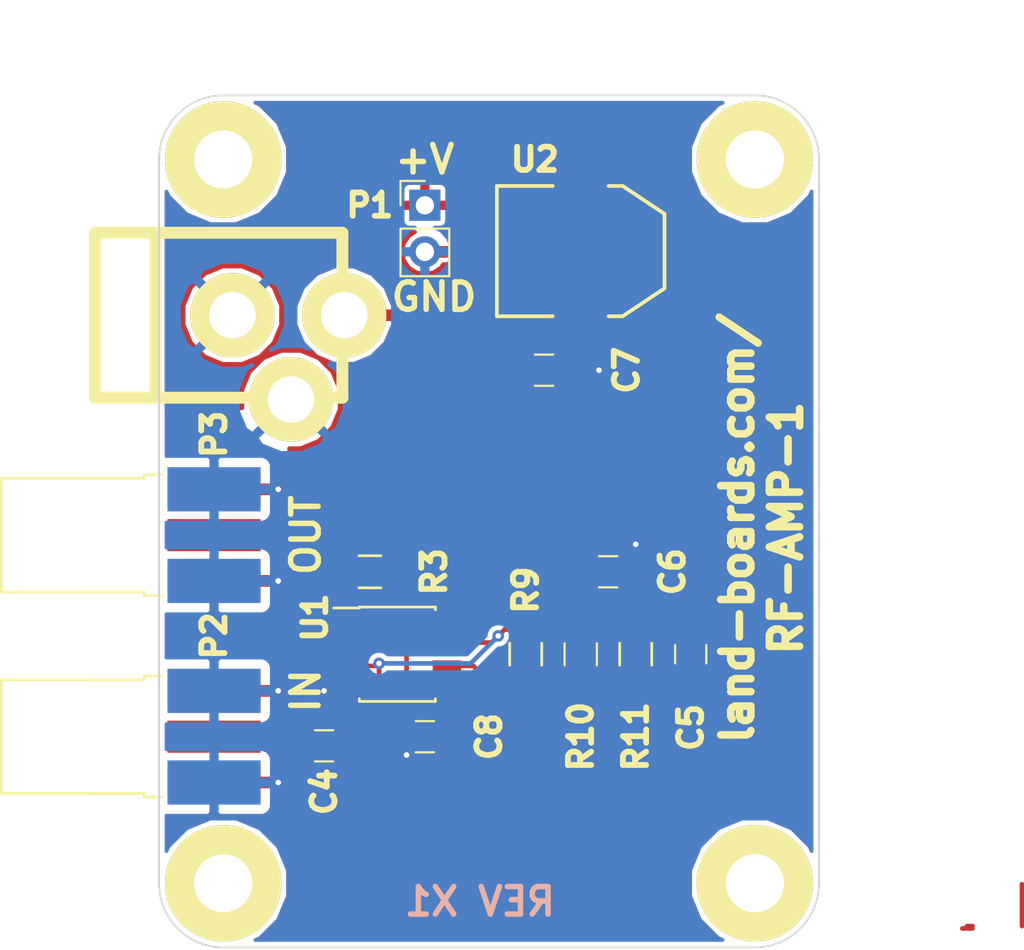
<source format=kicad_pcb>
(kicad_pcb (version 4) (host pcbnew "(after 2015-mar-04 BZR unknown)-product")

  (general
    (links 35)
    (no_connects 0)
    (area -8.979801 -4.85 47.451002 46.550001)
    (thickness 1.6)
    (drawings 16)
    (tracks 88)
    (zones 0)
    (modules 19)
    (nets 10)
  )

  (page A3)
  (layers
    (0 F.Cu signal)
    (31 B.Cu signal)
    (36 B.SilkS user)
    (37 F.SilkS user)
    (38 B.Mask user)
    (39 F.Mask user)
    (40 Dwgs.User user)
    (44 Edge.Cuts user)
  )

  (setup
    (last_trace_width 0.254)
    (user_trace_width 0.635)
    (trace_clearance 0.254)
    (zone_clearance 0.254)
    (zone_45_only no)
    (trace_min 0.254)
    (segment_width 0.2)
    (edge_width 0.1)
    (via_size 0.635)
    (via_drill 0.3048)
    (via_min_size 0.635)
    (via_min_drill 0.3048)
    (uvia_size 0.508)
    (uvia_drill 0.127)
    (uvias_allowed no)
    (uvia_min_size 0.508)
    (uvia_min_drill 0.127)
    (pcb_text_width 0.3)
    (pcb_text_size 1.5 1.5)
    (mod_edge_width 0.15)
    (mod_text_size 1.27 1.27)
    (mod_text_width 0.3175)
    (pad_size 1.5 1.5)
    (pad_drill 0.6)
    (pad_to_mask_clearance 0.127)
    (solder_mask_min_width 0.127)
    (aux_axis_origin 0 0)
    (visible_elements 7FFFFF7F)
    (pcbplotparams
      (layerselection 0x010f0_80000001)
      (usegerberextensions true)
      (excludeedgelayer true)
      (linewidth 0.150000)
      (plotframeref false)
      (viasonmask false)
      (mode 1)
      (useauxorigin false)
      (hpglpennumber 1)
      (hpglpenspeed 20)
      (hpglpendiameter 15)
      (hpglpenoverlay 2)
      (psnegative false)
      (psa4output false)
      (plotreference true)
      (plotvalue true)
      (plotinvisibletext false)
      (padsonsilk false)
      (subtractmaskfromsilk false)
      (outputformat 1)
      (mirror false)
      (drillshape 0)
      (scaleselection 1)
      (outputdirectory plots/))
  )

  (net 0 "")
  (net 1 GND)
  (net 2 VAA)
  (net 3 /I1+)
  (net 4 "Net-(C4-Pad1)")
  (net 5 "Net-(C5-Pad1)")
  (net 6 "Net-(C7-Pad2)")
  (net 7 "Net-(P3-Pad1)")
  (net 8 "Net-(R3-Pad1)")
  (net 9 "Net-(R9-Pad1)")

  (net_class Default "This is the default net class."
    (clearance 0.254)
    (trace_width 0.254)
    (via_dia 0.635)
    (via_drill 0.3048)
    (uvia_dia 0.508)
    (uvia_drill 0.127)
    (add_net /I1+)
    (add_net GND)
    (add_net "Net-(C4-Pad1)")
    (add_net "Net-(C5-Pad1)")
    (add_net "Net-(C7-Pad2)")
    (add_net "Net-(P3-Pad1)")
    (add_net "Net-(R3-Pad1)")
    (add_net "Net-(R9-Pad1)")
    (add_net VAA)
  )

  (net_class FATTER ""
    (clearance 0.3048)
    (trace_width 0.635)
    (via_dia 0.889)
    (via_drill 0.635)
    (uvia_dia 0.508)
    (uvia_drill 0.127)
  )

  (module Resistors_SMD:R_0805_HandSoldering (layer F.Cu) (tedit 5C3CBDF7) (tstamp 55731371)
    (at 26 30.5 270)
    (descr "Resistor SMD 0805, hand soldering")
    (tags "resistor 0805")
    (path /557469CE)
    (attr smd)
    (fp_text reference R11 (at 4.5 0 450) (layer F.SilkS)
      (effects (font (size 1.27 1.27) (thickness 0.3175)))
    )
    (fp_text value 1M (at 0 2.1 270) (layer F.SilkS) hide
      (effects (font (size 1 1) (thickness 0.15)))
    )
    (fp_line (start -2.4 -1) (end 2.4 -1) (layer F.CrtYd) (width 0.05))
    (fp_line (start -2.4 1) (end 2.4 1) (layer F.CrtYd) (width 0.05))
    (fp_line (start -2.4 -1) (end -2.4 1) (layer F.CrtYd) (width 0.05))
    (fp_line (start 2.4 -1) (end 2.4 1) (layer F.CrtYd) (width 0.05))
    (fp_line (start 0.6 0.875) (end -0.6 0.875) (layer F.SilkS) (width 0.15))
    (fp_line (start -0.6 -0.875) (end 0.6 -0.875) (layer F.SilkS) (width 0.15))
    (pad 1 smd rect (at -1.35 0 270) (size 1.5 1.3) (layers F.Cu F.Mask)
      (net 1 GND))
    (pad 2 smd rect (at 1.35 0 270) (size 1.5 1.3) (layers F.Cu F.Mask)
      (net 5 "Net-(C5-Pad1)"))
    (model Resistors_SMD.3dshapes/R_0805_HandSoldering.wrl
      (at (xyz 0 0 0))
      (scale (xyz 1 1 1))
      (rotate (xyz 0 0 0))
    )
  )

  (module Resistors_SMD:R_0805_HandSoldering (layer F.Cu) (tedit 5C3CBE0D) (tstamp 557313F5)
    (at 20 30.5 90)
    (descr "Resistor SMD 0805, hand soldering")
    (tags "resistor 0805")
    (path /54AA9F90)
    (attr smd)
    (fp_text reference R9 (at 3.5 0 90) (layer F.SilkS)
      (effects (font (size 1.27 1.27) (thickness 0.3175)))
    )
    (fp_text value 100 (at 0 2.1 90) (layer F.SilkS) hide
      (effects (font (size 1 1) (thickness 0.15)))
    )
    (fp_line (start -2.4 -1) (end 2.4 -1) (layer F.CrtYd) (width 0.05))
    (fp_line (start -2.4 1) (end 2.4 1) (layer F.CrtYd) (width 0.05))
    (fp_line (start -2.4 -1) (end -2.4 1) (layer F.CrtYd) (width 0.05))
    (fp_line (start 2.4 -1) (end 2.4 1) (layer F.CrtYd) (width 0.05))
    (fp_line (start 0.6 0.875) (end -0.6 0.875) (layer F.SilkS) (width 0.15))
    (fp_line (start -0.6 -0.875) (end 0.6 -0.875) (layer F.SilkS) (width 0.15))
    (pad 1 smd rect (at -1.35 0 90) (size 1.5 1.3) (layers F.Cu F.Mask)
      (net 9 "Net-(R9-Pad1)"))
    (pad 2 smd rect (at 1.35 0 90) (size 1.5 1.3) (layers F.Cu F.Mask)
      (net 4 "Net-(C4-Pad1)"))
    (model Resistors_SMD.3dshapes/R_0805_HandSoldering.wrl
      (at (xyz 0 0 0))
      (scale (xyz 1 1 1))
      (rotate (xyz 0 0 0))
    )
  )

  (module Resistors_SMD:R_0805_HandSoldering (layer F.Cu) (tedit 5C3CBE73) (tstamp 55731401)
    (at 11.5 26 180)
    (descr "Resistor SMD 0805, hand soldering")
    (tags "resistor 0805")
    (path /54AA9F69)
    (attr smd)
    (fp_text reference R3 (at -3.5 0 270) (layer F.SilkS)
      (effects (font (size 1.27 1.27) (thickness 0.3175)))
    )
    (fp_text value 100 (at 0 2.1 180) (layer F.SilkS) hide
      (effects (font (size 1 1) (thickness 0.15)))
    )
    (fp_line (start -2.4 -1) (end 2.4 -1) (layer F.CrtYd) (width 0.05))
    (fp_line (start -2.4 1) (end 2.4 1) (layer F.CrtYd) (width 0.05))
    (fp_line (start -2.4 -1) (end -2.4 1) (layer F.CrtYd) (width 0.05))
    (fp_line (start 2.4 -1) (end 2.4 1) (layer F.CrtYd) (width 0.05))
    (fp_line (start 0.6 0.875) (end -0.6 0.875) (layer F.SilkS) (width 0.15))
    (fp_line (start -0.6 -0.875) (end 0.6 -0.875) (layer F.SilkS) (width 0.15))
    (pad 1 smd rect (at -1.35 0 180) (size 1.5 1.3) (layers F.Cu F.Mask)
      (net 8 "Net-(R3-Pad1)"))
    (pad 2 smd rect (at 1.35 0 180) (size 1.5 1.3) (layers F.Cu F.Mask)
      (net 7 "Net-(P3-Pad1)"))
    (model Resistors_SMD.3dshapes/R_0805_HandSoldering.wrl
      (at (xyz 0 0 0))
      (scale (xyz 1 1 1))
      (rotate (xyz 0 0 0))
    )
  )

  (module Resistors_SMD:R_0805_HandSoldering (layer F.Cu) (tedit 5C3CBDFB) (tstamp 5C1ABDAA)
    (at 23 30.5 90)
    (descr "Resistor SMD 0805, hand soldering")
    (tags "resistor 0805")
    (path /5C1AC289)
    (attr smd)
    (fp_text reference R10 (at -4.5 0 270) (layer F.SilkS)
      (effects (font (size 1.27 1.27) (thickness 0.3175)))
    )
    (fp_text value 1M (at 0 1.75 90) (layer F.SilkS) hide
      (effects (font (size 1 1) (thickness 0.15)))
    )
    (fp_text user %R (at 0 0 90) (layer F.Fab)
      (effects (font (size 0.5 0.5) (thickness 0.075)))
    )
    (fp_line (start -1 0.62) (end -1 -0.62) (layer F.Fab) (width 0.1))
    (fp_line (start 1 0.62) (end -1 0.62) (layer F.Fab) (width 0.1))
    (fp_line (start 1 -0.62) (end 1 0.62) (layer F.Fab) (width 0.1))
    (fp_line (start -1 -0.62) (end 1 -0.62) (layer F.Fab) (width 0.1))
    (fp_line (start 0.6 0.88) (end -0.6 0.88) (layer F.SilkS) (width 0.12))
    (fp_line (start -0.6 -0.88) (end 0.6 -0.88) (layer F.SilkS) (width 0.12))
    (fp_line (start -2.35 -0.9) (end 2.35 -0.9) (layer F.CrtYd) (width 0.05))
    (fp_line (start -2.35 -0.9) (end -2.35 0.9) (layer F.CrtYd) (width 0.05))
    (fp_line (start 2.35 0.9) (end 2.35 -0.9) (layer F.CrtYd) (width 0.05))
    (fp_line (start 2.35 0.9) (end -2.35 0.9) (layer F.CrtYd) (width 0.05))
    (pad 1 smd rect (at -1.35 0 90) (size 1.5 1.3) (layers F.Cu F.Mask)
      (net 5 "Net-(C5-Pad1)"))
    (pad 2 smd rect (at 1.35 0 90) (size 1.5 1.3) (layers F.Cu F.Mask)
      (net 2 VAA))
    (model ${KISYS3DMOD}/Resistors_SMD.3dshapes/R_0805.wrl
      (at (xyz 0 0 0))
      (scale (xyz 1 1 1))
      (rotate (xyz 0 0 0))
    )
  )

  (module Pin_Headers:Pin_Header_Straight_1x02_Pitch2.54mm (layer F.Cu) (tedit 5C3CBE1B) (tstamp 5C1BC794)
    (at 14.5 6)
    (descr "Through hole straight pin header, 1x02, 2.54mm pitch, single row")
    (tags "Through hole pin header THT 1x02 2.54mm single row")
    (path /5C1BE6F2)
    (fp_text reference P1 (at -3 0) (layer F.SilkS)
      (effects (font (size 1.27 1.27) (thickness 0.3175)))
    )
    (fp_text value CONN_01X02 (at 0 4.87) (layer F.SilkS) hide
      (effects (font (size 1 1) (thickness 0.15)))
    )
    (fp_line (start -0.635 -1.27) (end 1.27 -1.27) (layer F.Fab) (width 0.1))
    (fp_line (start 1.27 -1.27) (end 1.27 3.81) (layer F.Fab) (width 0.1))
    (fp_line (start 1.27 3.81) (end -1.27 3.81) (layer F.Fab) (width 0.1))
    (fp_line (start -1.27 3.81) (end -1.27 -0.635) (layer F.Fab) (width 0.1))
    (fp_line (start -1.27 -0.635) (end -0.635 -1.27) (layer F.Fab) (width 0.1))
    (fp_line (start -1.33 3.87) (end 1.33 3.87) (layer F.SilkS) (width 0.12))
    (fp_line (start -1.33 1.27) (end -1.33 3.87) (layer F.SilkS) (width 0.12))
    (fp_line (start 1.33 1.27) (end 1.33 3.87) (layer F.SilkS) (width 0.12))
    (fp_line (start -1.33 1.27) (end 1.33 1.27) (layer F.SilkS) (width 0.12))
    (fp_line (start -1.33 0) (end -1.33 -1.33) (layer F.SilkS) (width 0.12))
    (fp_line (start -1.33 -1.33) (end 0 -1.33) (layer F.SilkS) (width 0.12))
    (fp_line (start -1.8 -1.8) (end -1.8 4.35) (layer F.CrtYd) (width 0.05))
    (fp_line (start -1.8 4.35) (end 1.8 4.35) (layer F.CrtYd) (width 0.05))
    (fp_line (start 1.8 4.35) (end 1.8 -1.8) (layer F.CrtYd) (width 0.05))
    (fp_line (start 1.8 -1.8) (end -1.8 -1.8) (layer F.CrtYd) (width 0.05))
    (fp_text user %R (at 0 1.27 90) (layer F.Fab)
      (effects (font (size 1 1) (thickness 0.15)))
    )
    (pad 1 thru_hole rect (at 0 0) (size 1.7 1.7) (drill 1) (layers *.Cu *.Mask)
      (net 2 VAA))
    (pad 2 thru_hole oval (at 0 2.54) (size 1.7 1.7) (drill 1) (layers *.Cu *.Mask)
      (net 1 GND))
    (model ${KISYS3DMOD}/Pin_Headers.3dshapes/Pin_Header_Straight_1x02_Pitch2.54mm.wrl
      (at (xyz 0 0 0))
      (scale (xyz 1 1 1))
      (rotate (xyz 0 0 0))
    )
  )

  (module Capacitors_SMD:C_0805_HandSoldering (layer F.Cu) (tedit 5C3CBE07) (tstamp 5C3CB65E)
    (at 9 35.5 180)
    (descr "Capacitor SMD 0805, hand soldering")
    (tags "capacitor 0805")
    (path /5C3CC884)
    (attr smd)
    (fp_text reference C4 (at 0 -2.5 270) (layer F.SilkS)
      (effects (font (size 1.27 1.27) (thickness 0.3175)))
    )
    (fp_text value 0.1uF (at 0 1.75 180) (layer F.SilkS) hide
      (effects (font (size 1 1) (thickness 0.15)))
    )
    (fp_text user %R (at 0 -1.75 180) (layer F.Fab)
      (effects (font (size 1 1) (thickness 0.15)))
    )
    (fp_line (start -1 0.62) (end -1 -0.62) (layer F.Fab) (width 0.1))
    (fp_line (start 1 0.62) (end -1 0.62) (layer F.Fab) (width 0.1))
    (fp_line (start 1 -0.62) (end 1 0.62) (layer F.Fab) (width 0.1))
    (fp_line (start -1 -0.62) (end 1 -0.62) (layer F.Fab) (width 0.1))
    (fp_line (start 0.5 -0.85) (end -0.5 -0.85) (layer F.SilkS) (width 0.12))
    (fp_line (start -0.5 0.85) (end 0.5 0.85) (layer F.SilkS) (width 0.12))
    (fp_line (start -2.25 -0.88) (end 2.25 -0.88) (layer F.CrtYd) (width 0.05))
    (fp_line (start -2.25 -0.88) (end -2.25 0.87) (layer F.CrtYd) (width 0.05))
    (fp_line (start 2.25 0.87) (end 2.25 -0.88) (layer F.CrtYd) (width 0.05))
    (fp_line (start 2.25 0.87) (end -2.25 0.87) (layer F.CrtYd) (width 0.05))
    (pad 1 smd rect (at -1.25 0 180) (size 1.5 1.25) (layers F.Cu F.Mask)
      (net 4 "Net-(C4-Pad1)"))
    (pad 2 smd rect (at 1.25 0 180) (size 1.5 1.25) (layers F.Cu F.Mask)
      (net 3 /I1+))
    (model Capacitors_SMD.3dshapes/C_0805.wrl
      (at (xyz 0 0 0))
      (scale (xyz 1 1 1))
      (rotate (xyz 0 0 0))
    )
  )

  (module Capacitors_SMD:C_0805_HandSoldering (layer F.Cu) (tedit 5C3CBDF4) (tstamp 5C3CB66F)
    (at 29 30.5 90)
    (descr "Capacitor SMD 0805, hand soldering")
    (tags "capacitor 0805")
    (path /5C3CC57B)
    (attr smd)
    (fp_text reference C5 (at -4 0 270) (layer F.SilkS)
      (effects (font (size 1.27 1.27) (thickness 0.3175)))
    )
    (fp_text value 0.1uF (at 0 1.75 90) (layer F.SilkS) hide
      (effects (font (size 1 1) (thickness 0.15)))
    )
    (fp_text user %R (at 0 -1.75 90) (layer F.Fab)
      (effects (font (size 1 1) (thickness 0.15)))
    )
    (fp_line (start -1 0.62) (end -1 -0.62) (layer F.Fab) (width 0.1))
    (fp_line (start 1 0.62) (end -1 0.62) (layer F.Fab) (width 0.1))
    (fp_line (start 1 -0.62) (end 1 0.62) (layer F.Fab) (width 0.1))
    (fp_line (start -1 -0.62) (end 1 -0.62) (layer F.Fab) (width 0.1))
    (fp_line (start 0.5 -0.85) (end -0.5 -0.85) (layer F.SilkS) (width 0.12))
    (fp_line (start -0.5 0.85) (end 0.5 0.85) (layer F.SilkS) (width 0.12))
    (fp_line (start -2.25 -0.88) (end 2.25 -0.88) (layer F.CrtYd) (width 0.05))
    (fp_line (start -2.25 -0.88) (end -2.25 0.87) (layer F.CrtYd) (width 0.05))
    (fp_line (start 2.25 0.87) (end 2.25 -0.88) (layer F.CrtYd) (width 0.05))
    (fp_line (start 2.25 0.87) (end -2.25 0.87) (layer F.CrtYd) (width 0.05))
    (pad 1 smd rect (at -1.25 0 90) (size 1.5 1.25) (layers F.Cu F.Mask)
      (net 5 "Net-(C5-Pad1)"))
    (pad 2 smd rect (at 1.25 0 90) (size 1.5 1.25) (layers F.Cu F.Mask)
      (net 1 GND))
    (model Capacitors_SMD.3dshapes/C_0805.wrl
      (at (xyz 0 0 0))
      (scale (xyz 1 1 1))
      (rotate (xyz 0 0 0))
    )
  )

  (module Capacitors_SMD:C_0805_HandSoldering (layer F.Cu) (tedit 5C3CBE93) (tstamp 5C3CB680)
    (at 24.5 26 180)
    (descr "Capacitor SMD 0805, hand soldering")
    (tags "capacitor 0805")
    (path /5C3CD146)
    (attr smd)
    (fp_text reference C6 (at -3.5 0 270) (layer F.SilkS)
      (effects (font (size 1.27 1.27) (thickness 0.3175)))
    )
    (fp_text value 0.1uF (at 0 1.75 180) (layer F.SilkS) hide
      (effects (font (size 1 1) (thickness 0.15)))
    )
    (fp_text user %R (at 0 -1.75 180) (layer F.Fab)
      (effects (font (size 1 1) (thickness 0.15)))
    )
    (fp_line (start -1 0.62) (end -1 -0.62) (layer F.Fab) (width 0.1))
    (fp_line (start 1 0.62) (end -1 0.62) (layer F.Fab) (width 0.1))
    (fp_line (start 1 -0.62) (end 1 0.62) (layer F.Fab) (width 0.1))
    (fp_line (start -1 -0.62) (end 1 -0.62) (layer F.Fab) (width 0.1))
    (fp_line (start 0.5 -0.85) (end -0.5 -0.85) (layer F.SilkS) (width 0.12))
    (fp_line (start -0.5 0.85) (end 0.5 0.85) (layer F.SilkS) (width 0.12))
    (fp_line (start -2.25 -0.88) (end 2.25 -0.88) (layer F.CrtYd) (width 0.05))
    (fp_line (start -2.25 -0.88) (end -2.25 0.87) (layer F.CrtYd) (width 0.05))
    (fp_line (start 2.25 0.87) (end 2.25 -0.88) (layer F.CrtYd) (width 0.05))
    (fp_line (start 2.25 0.87) (end -2.25 0.87) (layer F.CrtYd) (width 0.05))
    (pad 1 smd rect (at -1.25 0 180) (size 1.5 1.25) (layers F.Cu F.Mask)
      (net 1 GND))
    (pad 2 smd rect (at 1.25 0 180) (size 1.5 1.25) (layers F.Cu F.Mask)
      (net 2 VAA))
    (model Capacitors_SMD.3dshapes/C_0805.wrl
      (at (xyz 0 0 0))
      (scale (xyz 1 1 1))
      (rotate (xyz 0 0 0))
    )
  )

  (module Capacitors_SMD:C_0805_HandSoldering (layer F.Cu) (tedit 5C3CBE15) (tstamp 5C3CB691)
    (at 21 15 180)
    (descr "Capacitor SMD 0805, hand soldering")
    (tags "capacitor 0805")
    (path /5C3CFD1F)
    (attr smd)
    (fp_text reference C7 (at -4.5 0 270) (layer F.SilkS)
      (effects (font (size 1.27 1.27) (thickness 0.3175)))
    )
    (fp_text value 0.1uF (at 0 1.75 180) (layer F.SilkS) hide
      (effects (font (size 1 1) (thickness 0.15)))
    )
    (fp_text user %R (at 0 -1.75 180) (layer F.Fab)
      (effects (font (size 1 1) (thickness 0.15)))
    )
    (fp_line (start -1 0.62) (end -1 -0.62) (layer F.Fab) (width 0.1))
    (fp_line (start 1 0.62) (end -1 0.62) (layer F.Fab) (width 0.1))
    (fp_line (start 1 -0.62) (end 1 0.62) (layer F.Fab) (width 0.1))
    (fp_line (start -1 -0.62) (end 1 -0.62) (layer F.Fab) (width 0.1))
    (fp_line (start 0.5 -0.85) (end -0.5 -0.85) (layer F.SilkS) (width 0.12))
    (fp_line (start -0.5 0.85) (end 0.5 0.85) (layer F.SilkS) (width 0.12))
    (fp_line (start -2.25 -0.88) (end 2.25 -0.88) (layer F.CrtYd) (width 0.05))
    (fp_line (start -2.25 -0.88) (end -2.25 0.87) (layer F.CrtYd) (width 0.05))
    (fp_line (start 2.25 0.87) (end 2.25 -0.88) (layer F.CrtYd) (width 0.05))
    (fp_line (start 2.25 0.87) (end -2.25 0.87) (layer F.CrtYd) (width 0.05))
    (pad 1 smd rect (at -1.25 0 180) (size 1.5 1.25) (layers F.Cu F.Mask)
      (net 1 GND))
    (pad 2 smd rect (at 1.25 0 180) (size 1.5 1.25) (layers F.Cu F.Mask)
      (net 6 "Net-(C7-Pad2)"))
    (model Capacitors_SMD.3dshapes/C_0805.wrl
      (at (xyz 0 0 0))
      (scale (xyz 1 1 1))
      (rotate (xyz 0 0 0))
    )
  )

  (module Capacitors_SMD:C_0805_HandSoldering (layer F.Cu) (tedit 5C3CBDFF) (tstamp 5C3CB6A2)
    (at 14.5 35)
    (descr "Capacitor SMD 0805, hand soldering")
    (tags "capacitor 0805")
    (path /5C3CFD75)
    (attr smd)
    (fp_text reference C8 (at 3.5 0 90) (layer F.SilkS)
      (effects (font (size 1.27 1.27) (thickness 0.3175)))
    )
    (fp_text value 0.1uF (at 0 1.75) (layer F.SilkS) hide
      (effects (font (size 1 1) (thickness 0.15)))
    )
    (fp_text user %R (at 0 -1.75) (layer F.Fab)
      (effects (font (size 1 1) (thickness 0.15)))
    )
    (fp_line (start -1 0.62) (end -1 -0.62) (layer F.Fab) (width 0.1))
    (fp_line (start 1 0.62) (end -1 0.62) (layer F.Fab) (width 0.1))
    (fp_line (start 1 -0.62) (end 1 0.62) (layer F.Fab) (width 0.1))
    (fp_line (start -1 -0.62) (end 1 -0.62) (layer F.Fab) (width 0.1))
    (fp_line (start 0.5 -0.85) (end -0.5 -0.85) (layer F.SilkS) (width 0.12))
    (fp_line (start -0.5 0.85) (end 0.5 0.85) (layer F.SilkS) (width 0.12))
    (fp_line (start -2.25 -0.88) (end 2.25 -0.88) (layer F.CrtYd) (width 0.05))
    (fp_line (start -2.25 -0.88) (end -2.25 0.87) (layer F.CrtYd) (width 0.05))
    (fp_line (start 2.25 0.87) (end 2.25 -0.88) (layer F.CrtYd) (width 0.05))
    (fp_line (start 2.25 0.87) (end -2.25 0.87) (layer F.CrtYd) (width 0.05))
    (pad 1 smd rect (at -1.25 0) (size 1.5 1.25) (layers F.Cu F.Mask)
      (net 1 GND))
    (pad 2 smd rect (at 1.25 0) (size 1.5 1.25) (layers F.Cu F.Mask)
      (net 2 VAA))
    (model Capacitors_SMD.3dshapes/C_0805.wrl
      (at (xyz 0 0 0))
      (scale (xyz 1 1 1))
      (rotate (xyz 0 0 0))
    )
  )

  (module LandBoards_Conns:DCJ-NEW (layer F.Cu) (tedit 56264A86) (tstamp 5C3CB6AE)
    (at 4 12)
    (descr "DC Pwr, 2.1mm Jack")
    (tags "DC Power jack, 2.1mm")
    (path /5C3CF078)
    (fp_text reference J1 (at -0.0508 -6.05028) (layer F.SilkS) hide
      (effects (font (size 1.27 1.27) (thickness 0.3175)))
    )
    (fp_text value DCJ0202 (at -6 0 90) (layer F.SilkS) hide
      (effects (font (size 1.016 1.016) (thickness 0.254)))
    )
    (fp_line (start -4.2 4.5) (end -4.2 -4.5) (layer F.SilkS) (width 0.65))
    (fp_line (start -7.5 -4.5) (end -7.5 4.5) (layer F.SilkS) (width 0.65))
    (fp_line (start -7.5 -4.5) (end 6 -4.5) (layer F.SilkS) (width 0.65))
    (fp_line (start 6 -4.5) (end 6 4.5) (layer F.SilkS) (width 0.65))
    (fp_line (start -7.5 4.5) (end 6 4.5) (layer F.SilkS) (width 0.65))
    (pad 2 thru_hole circle (at 0 0) (size 4.6 4.6) (drill 2.54) (layers *.Cu *.Mask F.SilkS)
      (net 1 GND))
    (pad 1 thru_hole circle (at 6.1 0) (size 4.6 4.6) (drill 2.54) (layers *.Cu *.Mask F.SilkS)
      (net 6 "Net-(C7-Pad2)"))
    (pad 3 thru_hole circle (at 3.2 4.6) (size 4.6 4.6) (drill 2.54) (layers *.Cu *.Mask F.SilkS)
      (net 1 GND))
    (model connectors/POWER_21.wrl
      (at (xyz 0 0 0))
      (scale (xyz 0.8 0.8 0.8))
      (rotate (xyz 0 0 0))
    )
  )

  (module LandBoards_Conns:SMA_EDGE-F (layer F.Cu) (tedit 5C3CBE49) (tstamp 5C3CB6C0)
    (at 3 35 180)
    (path /5C3CB182)
    (clearance 0.3048)
    (fp_text reference P2 (at 0 5.5 270) (layer F.SilkS)
      (effects (font (size 1.27 1.27) (thickness 0.3175)))
    )
    (fp_text value BNC (at 0 8.89 360) (layer F.SilkS) hide
      (effects (font (thickness 0.3048)))
    )
    (fp_line (start 11.6 3.1) (end 11.6 -3.1) (layer F.SilkS) (width 0.15))
    (fp_line (start 3.8 3.1) (end 11.6 3.1) (layer F.SilkS) (width 0.15))
    (fp_line (start 3.8 -3.1) (end 11.6 -3.1) (layer F.SilkS) (width 0.15))
    (fp_line (start 2.9 3.3) (end 3.8 3.3) (layer F.SilkS) (width 0.15))
    (fp_line (start 3.8 3.3) (end 3.8 3.1) (layer F.SilkS) (width 0.15))
    (fp_line (start 2.9 -3.3) (end 3.8 -3.3) (layer F.SilkS) (width 0.15))
    (fp_line (start 3.8 -3.3) (end 3.8 -3.1) (layer F.SilkS) (width 0.15))
    (fp_line (start 3.8 -3.1) (end 7 -3.1) (layer F.SilkS) (width 0.15))
    (fp_line (start 3.8 3.1) (end 7 3.1) (layer F.SilkS) (width 0.15))
    (pad 2 smd rect (at 0 2.5 180) (size 5.08 1.75) (layers F.Cu F.Mask)
      (net 1 GND))
    (pad 2 smd rect (at 0 -2.5 180) (size 5.08 1.75) (layers F.Cu F.Mask)
      (net 1 GND))
    (pad 1 smd rect (at 0 0 180) (size 5.08 1.75) (layers F.Cu F.Mask)
      (net 3 /I1+))
    (pad 2 smd rect (at 0 -2.5 180) (size 5.08 2.413) (layers B.Cu B.Mask)
      (net 1 GND))
    (pad 2 smd rect (at 0 2.5 180) (size 5.08 2.413) (layers B.Cu B.Mask)
      (net 1 GND))
  )

  (module LandBoards_Conns:SMA_EDGE-F (layer F.Cu) (tedit 5C3CBE6F) (tstamp 5C3CB6D2)
    (at 3 24 180)
    (path /5C3C96A1)
    (clearance 0.3048)
    (fp_text reference P3 (at 0 5.5 270) (layer F.SilkS)
      (effects (font (size 1.27 1.27) (thickness 0.3175)))
    )
    (fp_text value BNC (at 0 8.89 360) (layer F.SilkS) hide
      (effects (font (thickness 0.3048)))
    )
    (fp_line (start 11.6 3.1) (end 11.6 -3.1) (layer F.SilkS) (width 0.15))
    (fp_line (start 3.8 3.1) (end 11.6 3.1) (layer F.SilkS) (width 0.15))
    (fp_line (start 3.8 -3.1) (end 11.6 -3.1) (layer F.SilkS) (width 0.15))
    (fp_line (start 2.9 3.3) (end 3.8 3.3) (layer F.SilkS) (width 0.15))
    (fp_line (start 3.8 3.3) (end 3.8 3.1) (layer F.SilkS) (width 0.15))
    (fp_line (start 2.9 -3.3) (end 3.8 -3.3) (layer F.SilkS) (width 0.15))
    (fp_line (start 3.8 -3.3) (end 3.8 -3.1) (layer F.SilkS) (width 0.15))
    (fp_line (start 3.8 -3.1) (end 7 -3.1) (layer F.SilkS) (width 0.15))
    (fp_line (start 3.8 3.1) (end 7 3.1) (layer F.SilkS) (width 0.15))
    (pad 2 smd rect (at 0 2.5 180) (size 5.08 1.75) (layers F.Cu F.Mask)
      (net 1 GND))
    (pad 2 smd rect (at 0 -2.5 180) (size 5.08 1.75) (layers F.Cu F.Mask)
      (net 1 GND))
    (pad 1 smd rect (at 0 0 180) (size 5.08 1.75) (layers F.Cu F.Mask)
      (net 7 "Net-(P3-Pad1)"))
    (pad 2 smd rect (at 0 -2.5 180) (size 5.08 2.413) (layers B.Cu B.Mask)
      (net 1 GND))
    (pad 2 smd rect (at 0 2.5 180) (size 5.08 2.413) (layers B.Cu B.Mask)
      (net 1 GND))
  )

  (module Housings_SOIC:SOIC-8_3.9x4.9mm_Pitch1.27mm (layer F.Cu) (tedit 5C3CBF2D) (tstamp 5C3CB6D3)
    (at 13 30.5)
    (descr "8-Lead Plastic Small Outline (SN) - Narrow, 3.90 mm Body [SOIC] (see Microchip Packaging Specification 00000049BS.pdf)")
    (tags "SOIC 1.27")
    (path /5C3CDC3E)
    (attr smd)
    (fp_text reference U1 (at -4.5 -2 90) (layer F.SilkS)
      (effects (font (size 1.27 1.27) (thickness 0.3175)))
    )
    (fp_text value LT1813 (at 0 3.5) (layer F.SilkS) hide
      (effects (font (size 1 1) (thickness 0.15)))
    )
    (fp_circle (center -1.5 -2) (end -1.75 -2) (layer F.Fab) (width 0.15))
    (fp_line (start -1.95 -2.45) (end -1.95 2.45) (layer F.Fab) (width 0.15))
    (fp_line (start 1.95 -2.45) (end -1.95 -2.45) (layer F.Fab) (width 0.15))
    (fp_line (start 1.95 2.45) (end 1.95 -2.45) (layer F.Fab) (width 0.15))
    (fp_line (start -1.95 2.45) (end 1.95 2.45) (layer F.Fab) (width 0.15))
    (fp_line (start -3.75 -2.75) (end -3.75 2.75) (layer F.CrtYd) (width 0.05))
    (fp_line (start 3.75 -2.75) (end 3.75 2.75) (layer F.CrtYd) (width 0.05))
    (fp_line (start -3.75 -2.75) (end 3.75 -2.75) (layer F.CrtYd) (width 0.05))
    (fp_line (start -3.75 2.75) (end 3.75 2.75) (layer F.CrtYd) (width 0.05))
    (fp_line (start -2.075 -2.575) (end -2.075 -2.525) (layer F.SilkS) (width 0.15))
    (fp_line (start 2.075 -2.575) (end 2.075 -2.43) (layer F.SilkS) (width 0.15))
    (fp_line (start 2.075 2.575) (end 2.075 2.43) (layer F.SilkS) (width 0.15))
    (fp_line (start -2.075 2.575) (end -2.075 2.43) (layer F.SilkS) (width 0.15))
    (fp_line (start -2.075 -2.575) (end 2.075 -2.575) (layer F.SilkS) (width 0.15))
    (fp_line (start -2.075 2.575) (end 2.075 2.575) (layer F.SilkS) (width 0.15))
    (fp_line (start -2.075 -2.525) (end -3.475 -2.525) (layer F.SilkS) (width 0.15))
    (pad 1 smd rect (at -2.7 -1.905) (size 1.55 0.6) (layers F.Cu F.Mask)
      (net 7 "Net-(P3-Pad1)"))
    (pad 2 smd rect (at -2.7 -0.635) (size 1.55 0.6) (layers F.Cu F.Mask)
      (net 8 "Net-(R3-Pad1)"))
    (pad 3 smd rect (at -2.7 0.635) (size 1.55 0.6) (layers F.Cu F.Mask)
      (net 4 "Net-(C4-Pad1)"))
    (pad 4 smd rect (at -2.7 1.905) (size 1.55 0.6) (layers F.Cu F.Mask)
      (net 1 GND))
    (pad 5 smd rect (at 2.7 1.905) (size 1.55 0.6) (layers F.Cu F.Mask)
      (net 5 "Net-(C5-Pad1)"))
    (pad 6 smd rect (at 2.7 0.635) (size 1.55 0.6) (layers F.Cu F.Mask)
      (net 9 "Net-(R9-Pad1)"))
    (pad 7 smd rect (at 2.7 -0.635) (size 1.55 0.6) (layers F.Cu F.Mask)
      (net 4 "Net-(C4-Pad1)"))
    (pad 8 smd rect (at 2.7 -1.905) (size 1.55 0.6) (layers F.Cu F.Mask)
      (net 2 VAA))
    (model Housings_SOIC.3dshapes/SOIC-8_3.9x4.9mm_Pitch1.27mm.wrl
      (at (xyz 0 0 0))
      (scale (xyz 1 1 1))
      (rotate (xyz 0 0 0))
    )
  )

  (module LandBoards_SMD_Packages:SOT223 (layer F.Cu) (tedit 5C3CBDC1) (tstamp 5C3CB6EE)
    (at 23 8.5 270)
    (descr "module CMS SOT223 4 pins")
    (tags "CMS SOT")
    (path /5C3CEF02)
    (attr smd)
    (fp_text reference U2 (at -5 2.5 360) (layer F.SilkS)
      (effects (font (size 1.27 1.27) (thickness 0.3175)))
    )
    (fp_text value AP1117 (at 22.4536 -1.1176 360) (layer F.SilkS) hide
      (effects (font (size 1.016 1.016) (thickness 0.2032)))
    )
    (fp_line (start -3.556 1.524) (end -3.556 4.572) (layer F.SilkS) (width 0.2032))
    (fp_line (start -3.556 4.572) (end 3.556 4.572) (layer F.SilkS) (width 0.2032))
    (fp_line (start 3.556 4.572) (end 3.556 1.524) (layer F.SilkS) (width 0.2032))
    (fp_line (start -3.556 -1.524) (end -3.556 -2.286) (layer F.SilkS) (width 0.2032))
    (fp_line (start -3.556 -2.286) (end -2.032 -4.572) (layer F.SilkS) (width 0.2032))
    (fp_line (start -2.032 -4.572) (end 2.032 -4.572) (layer F.SilkS) (width 0.2032))
    (fp_line (start 2.032 -4.572) (end 3.556 -2.286) (layer F.SilkS) (width 0.2032))
    (fp_line (start 3.556 -2.286) (end 3.556 -1.524) (layer F.SilkS) (width 0.2032))
    (pad 4 smd rect (at 0 -3.302 270) (size 3.6576 2.032) (layers F.Cu F.Mask))
    (pad 2 smd rect (at 0 3.302 270) (size 1.016 2.032) (layers F.Cu F.Mask)
      (net 2 VAA))
    (pad 3 smd rect (at 2.286 3.302 270) (size 1.016 2.032) (layers F.Cu F.Mask)
      (net 6 "Net-(C7-Pad2)"))
    (pad 1 smd rect (at -2.286 3.302 270) (size 1.016 2.032) (layers F.Cu F.Mask)
      (net 1 GND))
    (model smd/SOT223.wrl
      (at (xyz 0 0 0))
      (scale (xyz 0.4 0.4 0.4))
      (rotate (xyz 0 0 0))
    )
  )

  (module LandBoards_MountHoles:MTG-4-40 (layer F.Cu) (tedit 53F3AE25) (tstamp 5C3CBEFC)
    (at 3.5 43)
    (path /5C3D14C6)
    (fp_text reference MTG1 (at -6.858 -0.635) (layer F.SilkS) hide
      (effects (font (size 1.27 1.27) (thickness 0.3175)))
    )
    (fp_text value MTG_HOLE (at 0 -5.08) (layer F.SilkS) hide
      (effects (font (thickness 0.3048)))
    )
    (pad 1 thru_hole circle (at 0 0) (size 6.35 6.35) (drill 3.175) (layers *.Cu *.Mask F.SilkS))
  )

  (module LandBoards_MountHoles:MTG-4-40 (layer F.Cu) (tedit 53F3AE25) (tstamp 5C3CBF01)
    (at 32.5 43)
    (path /5C3D17B8)
    (fp_text reference MTG2 (at -6.858 -0.635) (layer F.SilkS) hide
      (effects (font (size 1.27 1.27) (thickness 0.3175)))
    )
    (fp_text value MTG_HOLE (at 0 -5.08) (layer F.SilkS) hide
      (effects (font (thickness 0.3048)))
    )
    (pad 1 thru_hole circle (at 0 0) (size 6.35 6.35) (drill 3.175) (layers *.Cu *.Mask F.SilkS))
  )

  (module LandBoards_MountHoles:MTG-4-40 (layer F.Cu) (tedit 53F3AE25) (tstamp 5C3CBF06)
    (at 3.5 3.5)
    (path /5C3D1736)
    (fp_text reference MTG3 (at -6.858 -0.635) (layer F.SilkS) hide
      (effects (font (size 1.27 1.27) (thickness 0.3175)))
    )
    (fp_text value MTG_HOLE (at 0 -5.08) (layer F.SilkS) hide
      (effects (font (thickness 0.3048)))
    )
    (pad 1 thru_hole circle (at 0 0) (size 6.35 6.35) (drill 3.175) (layers *.Cu *.Mask F.SilkS))
  )

  (module LandBoards_MountHoles:MTG-4-40 (layer F.Cu) (tedit 53F3AE25) (tstamp 5C3CBF0B)
    (at 32.5 3.5)
    (path /5C3D1774)
    (fp_text reference MTG4 (at -6.858 -0.635) (layer F.SilkS) hide
      (effects (font (size 1.27 1.27) (thickness 0.3175)))
    )
    (fp_text value MTG_HOLE (at 0 -5.08) (layer F.SilkS) hide
      (effects (font (thickness 0.3048)))
    )
    (pad 1 thru_hole circle (at 0 0) (size 6.35 6.35) (drill 3.175) (layers *.Cu *.Mask F.SilkS))
  )

  (gr_text OUT (at 8 24 90) (layer F.SilkS)
    (effects (font (size 1.5 1.5) (thickness 0.3)))
  )
  (gr_text IN (at 8 32.5 90) (layer F.SilkS)
    (effects (font (size 1.5 1.5) (thickness 0.3)))
  )
  (dimension 46.5 (width 0.3) (layer Dwgs.User)
    (gr_text "46.500 mm" (at 39.349999 23.25 90) (layer Dwgs.User)
      (effects (font (size 1.5 1.5) (thickness 0.3)))
    )
    (feature1 (pts (xy 32.5 0) (xy 40.699999 0)))
    (feature2 (pts (xy 32.5 46.5) (xy 40.699999 46.5)))
    (crossbar (pts (xy 37.999999 46.5) (xy 37.999999 0)))
    (arrow1a (pts (xy 37.999999 0) (xy 38.58642 1.126504)))
    (arrow1b (pts (xy 37.999999 0) (xy 37.413578 1.126504)))
    (arrow2a (pts (xy 37.999999 46.5) (xy 38.58642 45.373496)))
    (arrow2b (pts (xy 37.999999 46.5) (xy 37.413578 45.373496)))
  )
  (dimension 36 (width 0.3) (layer Dwgs.User)
    (gr_text "36.000 mm" (at 18 -3.35) (layer Dwgs.User)
      (effects (font (size 1.5 1.5) (thickness 0.3)))
    )
    (feature1 (pts (xy 36 3.5) (xy 36 -4.7)))
    (feature2 (pts (xy 0 3.5) (xy 0 -4.7)))
    (crossbar (pts (xy 0 -2) (xy 36 -2)))
    (arrow1a (pts (xy 36 -2) (xy 34.873496 -1.413579)))
    (arrow1b (pts (xy 36 -2) (xy 34.873496 -2.586421)))
    (arrow2a (pts (xy 0 -2) (xy 1.126504 -1.413579)))
    (arrow2b (pts (xy 0 -2) (xy 1.126504 -2.586421)))
  )
  (gr_line (start 3.5 46.5) (end 32.5 46.5) (angle 90) (layer Edge.Cuts) (width 0.1))
  (gr_line (start 32.5 0) (end 3.5 0) (angle 90) (layer Edge.Cuts) (width 0.1))
  (gr_text GND (at 15 11) (layer F.SilkS)
    (effects (font (size 1.5 1.5) (thickness 0.3)))
  )
  (gr_text +V (at 14.5 3.5) (layer F.SilkS)
    (effects (font (size 1.5 1.5) (thickness 0.3)))
  )
  (gr_line (start 0 43) (end 0 3.5) (angle 90) (layer Edge.Cuts) (width 0.1))
  (gr_arc (start 32.5 43) (end 36 43) (angle 90) (layer Edge.Cuts) (width 0.1))
  (gr_line (start 36 3.5) (end 36 43) (angle 90) (layer Edge.Cuts) (width 0.1))
  (gr_arc (start 3.5 3.5) (end 0 3.5) (angle 90) (layer Edge.Cuts) (width 0.1))
  (gr_arc (start 3.5 43) (end 3.5 46.5) (angle 90) (layer Edge.Cuts) (width 0.1))
  (gr_arc (start 32.5 3.5) (end 32.5 0) (angle 90) (layer Edge.Cuts) (width 0.1))
  (gr_text "REV X1" (at 17.5 44) (layer B.SilkS)
    (effects (font (size 1.5 1.5) (thickness 0.3)) (justify mirror))
  )
  (gr_text "land-boards.com/\nRF-AMP-1" (at 32.87 23.62 90) (layer F.SilkS)
    (effects (font (size 1.651 1.651) (thickness 0.41275)))
  )

  (segment (start 44.37 45.339) (end 44.069 45.339) (width 0.254) (layer F.Cu) (net 0) (status 30))
  (segment (start 44.37 45.466) (end 43.815 45.466) (width 0.254) (layer F.Cu) (net 0) (status 30))
  (segment (start 47.07 45.339) (end 47.07 43.053) (width 0.254) (layer F.Cu) (net 0) (status 30))
  (segment (start 25.75 26) (end 25.75 24.75) (width 0.254) (layer F.Cu) (net 1))
  (via (at 26 24.5) (size 0.635) (layers F.Cu B.Cu) (net 1))
  (segment (start 25.75 24.75) (end 26 24.5) (width 0.254) (layer F.Cu) (net 1) (tstamp 5C3CC66F))
  (segment (start 13.25 35) (end 13.25 35.75) (width 0.254) (layer F.Cu) (net 1))
  (via (at 13.5 36) (size 0.635) (layers F.Cu B.Cu) (net 1))
  (segment (start 13.25 35.75) (end 13.5 36) (width 0.254) (layer F.Cu) (net 1) (tstamp 5C3CC4FB))
  (segment (start 10.3 32.405) (end 9.095 32.405) (width 0.254) (layer F.Cu) (net 1))
  (via (at 9 32.5) (size 0.635) (layers F.Cu B.Cu) (net 1))
  (segment (start 9.095 32.405) (end 9 32.5) (width 0.254) (layer F.Cu) (net 1) (tstamp 5C3CC4F7))
  (segment (start 3 37.5) (end 6.5 37.5) (width 0.635) (layer F.Cu) (net 1))
  (via (at 6.5 37.5) (size 0.635) (layers F.Cu B.Cu) (net 1))
  (segment (start 3 32.5) (end 6.5 32.5) (width 0.635) (layer F.Cu) (net 1))
  (via (at 6.5 32.5) (size 0.635) (layers F.Cu B.Cu) (net 1))
  (segment (start 3 21.5) (end 6.5 21.5) (width 0.635) (layer F.Cu) (net 1))
  (via (at 6.5 21.5) (size 0.635) (layers F.Cu B.Cu) (net 1))
  (segment (start 3 26.5) (end 6.5 26.5) (width 0.635) (layer F.Cu) (net 1))
  (via (at 6.5 26.5) (size 0.635) (layers F.Cu B.Cu) (net 1))
  (segment (start 22.25 15) (end 24 15) (width 0.635) (layer F.Cu) (net 1))
  (via (at 24 15) (size 0.635) (layers F.Cu B.Cu) (net 1))
  (segment (start 14.5 8.54) (end 15.96 8.54) (width 0.635) (layer F.Cu) (net 1))
  (segment (start 17.286 6.214) (end 19.698 6.214) (width 0.635) (layer F.Cu) (net 1) (tstamp 5C3CC46A))
  (segment (start 16.5 7) (end 17.286 6.214) (width 0.635) (layer F.Cu) (net 1) (tstamp 5C3CC469))
  (segment (start 16.5 8) (end 16.5 7) (width 0.635) (layer F.Cu) (net 1) (tstamp 5C3CC467))
  (segment (start 15.96 8.54) (end 16.5 8) (width 0.635) (layer F.Cu) (net 1) (tstamp 5C3CC466))
  (segment (start 25.75 26) (end 25.75 28.9) (width 0.254) (layer F.Cu) (net 1))
  (segment (start 25.75 28.9) (end 26 29.15) (width 0.254) (layer F.Cu) (net 1) (tstamp 5C3CC4DB))
  (segment (start 26 29.15) (end 28.9 29.15) (width 0.254) (layer F.Cu) (net 1))
  (segment (start 28.9 29.15) (end 29 29.25) (width 0.254) (layer F.Cu) (net 1) (tstamp 5C3CC4D8))
  (segment (start 15.75 35) (end 15.75 34.25) (width 0.254) (layer F.Cu) (net 2))
  (segment (start 14.405 28.595) (end 15.7 28.595) (width 0.254) (layer F.Cu) (net 2) (tstamp 5C3CC504))
  (segment (start 13.5 29.5) (end 14.405 28.595) (width 0.254) (layer F.Cu) (net 2) (tstamp 5C3CC503))
  (segment (start 13.5 32.5) (end 13.5 29.5) (width 0.254) (layer F.Cu) (net 2) (tstamp 5C3CC502))
  (segment (start 14.5 33.5) (end 13.5 32.5) (width 0.254) (layer F.Cu) (net 2) (tstamp 5C3CC501))
  (segment (start 15 33.5) (end 14.5 33.5) (width 0.254) (layer F.Cu) (net 2) (tstamp 5C3CC500))
  (segment (start 15.75 34.25) (end 15 33.5) (width 0.254) (layer F.Cu) (net 2) (tstamp 5C3CC4FF))
  (segment (start 23 29.15) (end 23 26.25) (width 0.254) (layer F.Cu) (net 2))
  (segment (start 23 26.25) (end 23.25 26) (width 0.254) (layer F.Cu) (net 2) (tstamp 5C3CC4C1))
  (segment (start 15.7 28.595) (end 15.7 28.3) (width 0.254) (layer F.Cu) (net 2))
  (segment (start 15.7 28.3) (end 18 26) (width 0.254) (layer F.Cu) (net 2) (tstamp 5C3CC4BC))
  (segment (start 18 26) (end 23.25 26) (width 0.254) (layer F.Cu) (net 2) (tstamp 5C3CC4BD))
  (segment (start 23.25 26) (end 23.25 19.75) (width 0.635) (layer F.Cu) (net 2))
  (segment (start 23.25 19.75) (end 23 19.5) (width 0.635) (layer F.Cu) (net 2) (tstamp 5C3CC478))
  (segment (start 7.75 35.5) (end 7 35.5) (width 0.635) (layer F.Cu) (net 3))
  (segment (start 7 35.5) (end 6.5 35) (width 0.635) (layer F.Cu) (net 3) (tstamp 5C3CC4F3))
  (segment (start 6.5 35) (end 3 35) (width 0.635) (layer F.Cu) (net 3) (tstamp 5C3CC4F4))
  (segment (start 15.7 29.865) (end 18.135 29.865) (width 0.254) (layer F.Cu) (net 4))
  (segment (start 18.135 29.865) (end 18.5 29.5) (width 0.254) (layer F.Cu) (net 4) (tstamp 5C3CC51C))
  (segment (start 10.25 35.5) (end 10.25 34.75) (width 0.254) (layer F.Cu) (net 4))
  (segment (start 12 33) (end 12 31) (width 0.254) (layer F.Cu) (net 4) (tstamp 5C3CC516))
  (segment (start 10.25 34.75) (end 12 33) (width 0.254) (layer F.Cu) (net 4) (tstamp 5C3CC515))
  (segment (start 12 31) (end 17 31) (width 0.254) (layer B.Cu) (net 4))
  (segment (start 17 31) (end 18.5 29.5) (width 0.254) (layer B.Cu) (net 4) (tstamp 5C3CC511))
  (segment (start 10.3 31.135) (end 11.865 31.135) (width 0.254) (layer F.Cu) (net 4))
  (segment (start 18.85 29.15) (end 20 29.15) (width 0.254) (layer F.Cu) (net 4) (tstamp 5C3CC50E))
  (via (at 18.5 29.5) (size 0.635) (layers F.Cu B.Cu) (net 4))
  (segment (start 18.5 29.5) (end 18.85 29.15) (width 0.254) (layer F.Cu) (net 4) (tstamp 5C3CC50D))
  (via (at 12 31) (size 0.635) (layers F.Cu B.Cu) (net 4))
  (segment (start 11.865 31.135) (end 12 31) (width 0.254) (layer F.Cu) (net 4) (tstamp 5C3CC507))
  (segment (start 23 31.85) (end 23 34) (width 0.254) (layer F.Cu) (net 5))
  (segment (start 26 31.85) (end 26 34) (width 0.254) (layer F.Cu) (net 5))
  (segment (start 15.7 32.405) (end 17.905 32.405) (width 0.254) (layer F.Cu) (net 5))
  (segment (start 29 33.5) (end 29 31.75) (width 0.254) (layer F.Cu) (net 5) (tstamp 5C3CC4CD))
  (segment (start 28.5 34) (end 29 33.5) (width 0.254) (layer F.Cu) (net 5) (tstamp 5C3CC4CC))
  (segment (start 19.5 34) (end 23 34) (width 0.254) (layer F.Cu) (net 5) (tstamp 5C3CC4CA))
  (segment (start 23 34) (end 26 34) (width 0.254) (layer F.Cu) (net 5) (tstamp 5C3CC4D6))
  (segment (start 26 34) (end 28.5 34) (width 0.254) (layer F.Cu) (net 5) (tstamp 5C3CC4D2))
  (segment (start 17.905 32.405) (end 19.5 34) (width 0.254) (layer F.Cu) (net 5) (tstamp 5C3CC4C8))
  (segment (start 10.1 12) (end 19.698 12) (width 0.635) (layer F.Cu) (net 6))
  (segment (start 19.698 10.786) (end 19.698 12) (width 0.635) (layer F.Cu) (net 6))
  (segment (start 19.698 12) (end 19.698 12.5) (width 0.635) (layer F.Cu) (net 6) (tstamp 5C3CC534))
  (segment (start 19.698 12.5) (end 19.698 14.948) (width 0.635) (layer F.Cu) (net 6) (tstamp 5C3CC476))
  (segment (start 19.698 14.948) (end 19.75 15) (width 0.635) (layer F.Cu) (net 6) (tstamp 5C3CC471))
  (segment (start 3 24) (end 9.5 24) (width 0.254) (layer F.Cu) (net 7))
  (segment (start 10.15 24.65) (end 10.15 26) (width 0.254) (layer F.Cu) (net 7) (tstamp 5C3CC6EA))
  (segment (start 9.5 24) (end 10.15 24.65) (width 0.254) (layer F.Cu) (net 7) (tstamp 5C3CC6E9))
  (segment (start 10.3 28.595) (end 10.3 27.8) (width 0.254) (layer F.Cu) (net 7))
  (segment (start 10.15 27.65) (end 10.15 26) (width 0.254) (layer F.Cu) (net 7) (tstamp 5C3CC6E1))
  (segment (start 10.3 27.8) (end 10.15 27.65) (width 0.254) (layer F.Cu) (net 7) (tstamp 5C3CC6E0))
  (segment (start 10.3 26.15) (end 10.15 26) (width 0.254) (layer F.Cu) (net 7) (tstamp 5C3CC4B5) (status 30))
  (segment (start 10.3 29.865) (end 11.635 29.865) (width 0.254) (layer F.Cu) (net 8))
  (segment (start 12.85 28.65) (end 12.85 26) (width 0.254) (layer F.Cu) (net 8) (tstamp 5C3CC6E5))
  (segment (start 11.635 29.865) (end 12.85 28.65) (width 0.254) (layer F.Cu) (net 8) (tstamp 5C3CC6E4))
  (segment (start 15.7 31.135) (end 17.135 31.135) (width 0.254) (layer F.Cu) (net 9))
  (segment (start 17.85 31.85) (end 20 31.85) (width 0.254) (layer F.Cu) (net 9) (tstamp 5C3CC4C5))
  (segment (start 17.135 31.135) (end 17.85 31.85) (width 0.254) (layer F.Cu) (net 9) (tstamp 5C3CC4C4))

  (zone (net 2) (net_name VAA) (layer F.Cu) (tstamp 5C3CC001) (hatch edge 0.508)
    (connect_pads (clearance 0.254))
    (min_thickness 0.2032)
    (fill yes (arc_segments 16) (thermal_gap 0.508) (thermal_bridge_width 0.508))
    (polygon
      (pts
        (xy 3.5 0) (xy 33 0) (xy 36 3.5) (xy 36 20) (xy 7 20)
        (xy 7 17) (xy 0 17.5) (xy 0 3.5)
      )
    )
    (filled_polygon
      (pts
        (xy 35.5944 19.8984) (xy 27.680567 19.8984) (xy 27.680567 10.3288) (xy 27.680567 6.6712) (xy 27.654259 6.535611)
        (xy 27.575977 6.416441) (xy 27.457799 6.336669) (xy 27.318 6.308633) (xy 25.286 6.308633) (xy 25.150411 6.334941)
        (xy 25.031241 6.413223) (xy 24.951469 6.531401) (xy 24.923433 6.6712) (xy 24.923433 10.3288) (xy 24.949741 10.464389)
        (xy 25.028023 10.583559) (xy 25.146201 10.663331) (xy 25.286 10.691367) (xy 27.318 10.691367) (xy 27.453589 10.665059)
        (xy 27.572759 10.586777) (xy 27.652531 10.468599) (xy 27.680567 10.3288) (xy 27.680567 19.8984) (xy 24.673217 19.8984)
        (xy 24.673217 14.866699) (xy 24.570959 14.619217) (xy 24.475954 14.524046) (xy 24.475953 14.524045) (xy 24.381778 14.429706)
        (xy 24.134475 14.327017) (xy 23.866699 14.326783) (xy 23.866415 14.3269) (xy 23.353234 14.3269) (xy 23.336259 14.239411)
        (xy 23.257977 14.120241) (xy 23.139799 14.040469) (xy 23 14.012433) (xy 21.5 14.012433) (xy 21.364411 14.038741)
        (xy 21.3236 14.065549) (xy 21.3236 9.129257) (xy 21.3236 8.8048) (xy 21.3236 8.1952) (xy 21.3236 7.870743)
        (xy 21.230794 7.646689) (xy 21.076567 7.492462) (xy 21.076567 6.722) (xy 21.076567 5.706) (xy 21.050259 5.570411)
        (xy 20.971977 5.451241) (xy 20.853799 5.371469) (xy 20.714 5.343433) (xy 18.682 5.343433) (xy 18.546411 5.369741)
        (xy 18.427241 5.448023) (xy 18.364547 5.5409) (xy 17.286005 5.5409) (xy 17.286 5.540899) (xy 17.028416 5.592137)
        (xy 16.810046 5.738046) (xy 16.810043 5.738049) (xy 16.024046 6.524046) (xy 15.9596 6.620497) (xy 15.9596 6.3048)
        (xy 15.9596 5.6952) (xy 15.9596 5.271257) (xy 15.9596 5.028743) (xy 15.866794 4.804689) (xy 15.695311 4.633206)
        (xy 15.471257 4.5404) (xy 14.8048 4.5404) (xy 14.6524 4.6928) (xy 14.6524 5.8476) (xy 15.8072 5.8476)
        (xy 15.9596 5.6952) (xy 15.9596 6.3048) (xy 15.8072 6.1524) (xy 14.6524 6.1524) (xy 14.6524 6.1724)
        (xy 14.3476 6.1724) (xy 14.3476 6.1524) (xy 14.3476 5.8476) (xy 14.3476 4.6928) (xy 14.1952 4.5404)
        (xy 13.528743 4.5404) (xy 13.304689 4.633206) (xy 13.133206 4.804689) (xy 13.0404 5.028743) (xy 13.0404 5.271257)
        (xy 13.0404 5.6952) (xy 13.1928 5.8476) (xy 14.3476 5.8476) (xy 14.3476 6.1524) (xy 13.1928 6.1524)
        (xy 13.0404 6.3048) (xy 13.0404 6.728743) (xy 13.0404 6.971257) (xy 13.133206 7.195311) (xy 13.304689 7.366794)
        (xy 13.528743 7.4596) (xy 13.964987 7.4596) (xy 13.623893 7.687512) (xy 13.362552 8.078637) (xy 13.270781 8.54)
        (xy 13.362552 9.001363) (xy 13.623893 9.392488) (xy 14.015018 9.653829) (xy 14.476381 9.7456) (xy 14.523619 9.7456)
        (xy 14.984982 9.653829) (xy 15.376107 9.392488) (xy 15.49597 9.2131) (xy 15.959994 9.2131) (xy 15.96 9.213101)
        (xy 15.96 9.2131) (xy 16.217584 9.161863) (xy 16.435954 9.015954) (xy 16.97595 8.475956) (xy 16.975953 8.475954)
        (xy 16.975954 8.475954) (xy 17.121863 8.257584) (xy 17.1731 8) (xy 17.1731 7.278807) (xy 17.564807 6.8871)
        (xy 18.365126 6.8871) (xy 18.424023 6.976759) (xy 18.542201 7.056531) (xy 18.682 7.084567) (xy 20.714 7.084567)
        (xy 20.849589 7.058259) (xy 20.968759 6.979977) (xy 21.048531 6.861799) (xy 21.076567 6.722) (xy 21.076567 7.492462)
        (xy 21.059311 7.475206) (xy 20.835257 7.3824) (xy 20.592743 7.3824) (xy 20.0028 7.3824) (xy 19.8504 7.5348)
        (xy 19.8504 8.3476) (xy 21.1712 8.3476) (xy 21.3236 8.1952) (xy 21.3236 8.8048) (xy 21.1712 8.6524)
        (xy 19.8504 8.6524) (xy 19.8504 9.4652) (xy 20.0028 9.6176) (xy 20.592743 9.6176) (xy 20.835257 9.6176)
        (xy 21.059311 9.524794) (xy 21.230794 9.353311) (xy 21.3236 9.129257) (xy 21.3236 14.065549) (xy 21.245241 14.117023)
        (xy 21.165469 14.235201) (xy 21.137433 14.375) (xy 21.137433 15.625) (xy 21.163741 15.760589) (xy 21.242023 15.879759)
        (xy 21.360201 15.959531) (xy 21.5 15.987567) (xy 23 15.987567) (xy 23.135589 15.961259) (xy 23.254759 15.882977)
        (xy 23.334531 15.764799) (xy 23.35292 15.6731) (xy 23.999413 15.6731) (xy 24 15.6731) (xy 24.133301 15.673217)
        (xy 24.257584 15.621863) (xy 24.380783 15.570959) (xy 24.475953 15.475954) (xy 24.475954 15.475954) (xy 24.475954 15.475953)
        (xy 24.570294 15.381778) (xy 24.621863 15.257584) (xy 24.672983 15.134475) (xy 24.6731 15) (xy 24.673217 14.866699)
        (xy 24.673217 19.8984) (xy 21.076567 19.8984) (xy 21.076567 11.294) (xy 21.076567 10.278) (xy 21.050259 10.142411)
        (xy 20.971977 10.023241) (xy 20.853799 9.943469) (xy 20.714 9.915433) (xy 19.5456 9.915433) (xy 19.5456 9.4652)
        (xy 19.5456 8.6524) (xy 19.5456 8.3476) (xy 19.5456 7.5348) (xy 19.3932 7.3824) (xy 18.803257 7.3824)
        (xy 18.560743 7.3824) (xy 18.336689 7.475206) (xy 18.165206 7.646689) (xy 18.0724 7.870743) (xy 18.0724 8.1952)
        (xy 18.2248 8.3476) (xy 19.5456 8.3476) (xy 19.5456 8.6524) (xy 18.2248 8.6524) (xy 18.0724 8.8048)
        (xy 18.0724 9.129257) (xy 18.165206 9.353311) (xy 18.336689 9.524794) (xy 18.560743 9.6176) (xy 18.803257 9.6176)
        (xy 19.3932 9.6176) (xy 19.5456 9.4652) (xy 19.5456 9.915433) (xy 18.682 9.915433) (xy 18.546411 9.941741)
        (xy 18.427241 10.020023) (xy 18.347469 10.138201) (xy 18.319433 10.278) (xy 18.319433 11.294) (xy 18.325816 11.3269)
        (xy 12.695243 11.3269) (xy 12.352621 10.497689) (xy 11.60624 9.750005) (xy 10.630549 9.344862) (xy 9.574086 9.34394)
        (xy 8.597689 9.747379) (xy 7.850005 10.49376) (xy 7.444862 11.469451) (xy 7.44394 12.525914) (xy 7.847379 13.502311)
        (xy 8.59376 14.249995) (xy 9.569451 14.655138) (xy 10.625914 14.65606) (xy 11.602311 14.252621) (xy 12.349995 13.50624)
        (xy 12.695945 12.6731) (xy 19.0249 12.6731) (xy 19.0249 14.012433) (xy 19 14.012433) (xy 18.864411 14.038741)
        (xy 18.745241 14.117023) (xy 18.665469 14.235201) (xy 18.637433 14.375) (xy 18.637433 15.625) (xy 18.663741 15.760589)
        (xy 18.742023 15.879759) (xy 18.860201 15.959531) (xy 19 15.987567) (xy 20.5 15.987567) (xy 20.635589 15.961259)
        (xy 20.754759 15.882977) (xy 20.834531 15.764799) (xy 20.862567 15.625) (xy 20.862567 14.375) (xy 20.836259 14.239411)
        (xy 20.757977 14.120241) (xy 20.639799 14.040469) (xy 20.5 14.012433) (xy 20.3711 14.012433) (xy 20.3711 12.5)
        (xy 20.3711 12) (xy 20.3711 11.656567) (xy 20.714 11.656567) (xy 20.849589 11.630259) (xy 20.968759 11.551977)
        (xy 21.048531 11.433799) (xy 21.076567 11.294) (xy 21.076567 19.8984) (xy 7.1016 19.8984) (xy 7.1016 19.255515)
        (xy 7.725914 19.25606) (xy 8.702311 18.852621) (xy 9.449995 18.10624) (xy 9.855138 17.130549) (xy 9.85606 16.074086)
        (xy 9.452621 15.097689) (xy 8.70624 14.350005) (xy 7.730549 13.944862) (xy 6.674086 13.94394) (xy 6.65606 13.951388)
        (xy 6.65606 11.474086) (xy 6.252621 10.497689) (xy 5.50624 9.750005) (xy 4.530549 9.344862) (xy 3.474086 9.34394)
        (xy 2.497689 9.747379) (xy 1.750005 10.49376) (xy 1.344862 11.469451) (xy 1.34394 12.525914) (xy 1.747379 13.502311)
        (xy 2.49376 14.249995) (xy 3.469451 14.655138) (xy 4.525914 14.65606) (xy 5.502311 14.252621) (xy 6.249995 13.50624)
        (xy 6.655138 12.530549) (xy 6.65606 11.474086) (xy 6.65606 13.951388) (xy 5.697689 14.347379) (xy 4.950005 15.09376)
        (xy 4.544862 16.069451) (xy 4.543985 17.07357) (xy 0.4056 17.369169) (xy 0.4056 5.256365) (xy 0.505157 5.497312)
        (xy 1.497464 6.491352) (xy 2.794639 7.029986) (xy 4.199199 7.031212) (xy 5.497312 6.494843) (xy 6.491352 5.502536)
        (xy 7.029986 4.205361) (xy 7.031212 2.800801) (xy 6.494843 1.502688) (xy 5.502536 0.508648) (xy 5.254368 0.4056)
        (xy 30.743634 0.4056) (xy 30.502688 0.505157) (xy 29.508648 1.497464) (xy 28.970014 2.794639) (xy 28.968788 4.199199)
        (xy 29.505157 5.497312) (xy 30.497464 6.491352) (xy 31.794639 7.029986) (xy 33.199199 7.031212) (xy 34.497312 6.494843)
        (xy 35.491352 5.502536) (xy 35.5944 5.254368) (xy 35.5944 19.8984)
      )
    )
  )
  (zone (net 1) (net_name GND) (layer B.Cu) (tstamp 5C3CC004) (hatch edge 0.508)
    (connect_pads (clearance 0.254))
    (min_thickness 0.2032)
    (fill yes (arc_segments 16) (thermal_gap 0.508) (thermal_bridge_width 0.508))
    (polygon
      (pts
        (xy 33 0) (xy 36 3) (xy 36 43) (xy 32.5 46.5) (xy 3.5 46.5)
        (xy 0 43.5) (xy 0 3.5) (xy 3.5 0)
      )
    )
    (filled_polygon
      (pts
        (xy 35.5944 41.243634) (xy 35.494843 41.002688) (xy 34.502536 40.008648) (xy 33.205361 39.470014) (xy 31.800801 39.468788)
        (xy 30.502688 40.005157) (xy 29.508648 40.997464) (xy 28.970014 42.294639) (xy 28.968788 43.699199) (xy 29.505157 44.997312)
        (xy 30.497464 45.991352) (xy 30.745631 46.0944) (xy 19.173217 46.0944) (xy 19.173217 29.366699) (xy 19.070959 29.119217)
        (xy 18.881778 28.929706) (xy 18.634475 28.827017) (xy 18.366699 28.826783) (xy 18.119217 28.929041) (xy 17.929706 29.118222)
        (xy 17.827017 29.365525) (xy 17.826907 29.490593) (xy 16.8001 30.5174) (xy 15.90991 30.5174) (xy 15.90991 8.917607)
        (xy 15.90991 8.162393) (xy 15.763975 7.810046) (xy 15.388419 7.381908) (xy 15.044927 7.212567) (xy 15.35 7.212567)
        (xy 15.485589 7.186259) (xy 15.604759 7.107977) (xy 15.684531 6.989799) (xy 15.712567 6.85) (xy 15.712567 5.15)
        (xy 15.686259 5.014411) (xy 15.607977 4.895241) (xy 15.489799 4.815469) (xy 15.35 4.787433) (xy 13.65 4.787433)
        (xy 13.514411 4.813741) (xy 13.395241 4.892023) (xy 13.315469 5.010201) (xy 13.287433 5.15) (xy 13.287433 6.85)
        (xy 13.313741 6.985589) (xy 13.392023 7.104759) (xy 13.510201 7.184531) (xy 13.65 7.212567) (xy 13.955072 7.212567)
        (xy 13.611581 7.381908) (xy 13.236025 7.810046) (xy 13.09009 8.162393) (xy 13.201714 8.3876) (xy 14.3476 8.3876)
        (xy 14.3476 8.3676) (xy 14.6524 8.3676) (xy 14.6524 8.3876) (xy 15.798286 8.3876) (xy 15.90991 8.162393)
        (xy 15.90991 8.917607) (xy 15.798286 8.6924) (xy 14.6524 8.6924) (xy 14.6524 9.839234) (xy 14.877609 9.949921)
        (xy 15.388419 9.698092) (xy 15.763975 9.269954) (xy 15.90991 8.917607) (xy 15.90991 30.5174) (xy 14.3476 30.5174)
        (xy 14.3476 9.839234) (xy 14.3476 8.6924) (xy 13.201714 8.6924) (xy 13.09009 8.917607) (xy 13.236025 9.269954)
        (xy 13.611581 9.698092) (xy 14.122391 9.949921) (xy 14.3476 9.839234) (xy 14.3476 30.5174) (xy 12.75606 30.5174)
        (xy 12.75606 11.474086) (xy 12.352621 10.497689) (xy 11.60624 9.750005) (xy 10.630549 9.344862) (xy 9.574086 9.34394)
        (xy 8.597689 9.747379) (xy 7.850005 10.49376) (xy 7.444862 11.469451) (xy 7.44394 12.525914) (xy 7.847379 13.502311)
        (xy 8.217802 13.873381) (xy 7.743436 13.683597) (xy 6.916403 13.693624) (xy 6.586011 13.697631) (xy 6.110233 13.894704)
        (xy 6.094785 13.879256) (xy 6.486441 13.618128) (xy 6.916403 12.543436) (xy 6.902369 11.386011) (xy 6.486441 10.381872)
        (xy 6.094784 10.120742) (xy 5.879258 10.336268) (xy 5.879258 9.905216) (xy 5.618128 9.513559) (xy 4.543436 9.083597)
        (xy 3.386011 9.097631) (xy 2.381872 9.513559) (xy 2.120742 9.905216) (xy 4 11.784474) (xy 5.879258 9.905216)
        (xy 5.879258 10.336268) (xy 4.215526 12) (xy 4.229668 12.014142) (xy 4.014142 12.229668) (xy 4 12.215526)
        (xy 3.784474 12.431052) (xy 3.784474 12) (xy 1.905216 10.120742) (xy 1.513559 10.381872) (xy 1.083597 11.456564)
        (xy 1.097631 12.613989) (xy 1.513559 13.618128) (xy 1.905216 13.879258) (xy 3.784474 12) (xy 3.784474 12.431052)
        (xy 2.120742 14.094784) (xy 2.381872 14.486441) (xy 3.456564 14.916403) (xy 4.613989 14.902369) (xy 5.089766 14.705295)
        (xy 5.105214 14.720743) (xy 4.713559 14.981872) (xy 4.283597 16.056564) (xy 4.297631 17.213989) (xy 4.713559 18.218128)
        (xy 5.105216 18.479258) (xy 6.984474 16.6) (xy 6.970331 16.585857) (xy 7.185857 16.370331) (xy 7.2 16.384474)
        (xy 7.214142 16.370331) (xy 7.429668 16.585857) (xy 7.415526 16.6) (xy 9.294784 18.479258) (xy 9.686441 18.218128)
        (xy 10.116403 17.143436) (xy 10.102369 15.986011) (xy 9.686441 14.981872) (xy 9.294785 14.720743) (xy 9.404062 14.611467)
        (xy 9.361301 14.568706) (xy 9.569451 14.655138) (xy 10.625914 14.65606) (xy 11.602311 14.252621) (xy 12.349995 13.50624)
        (xy 12.755138 12.530549) (xy 12.75606 11.474086) (xy 12.75606 30.5174) (xy 12.469319 30.5174) (xy 12.381778 30.429706)
        (xy 12.134475 30.327017) (xy 11.866699 30.326783) (xy 11.619217 30.429041) (xy 11.429706 30.618222) (xy 11.327017 30.865525)
        (xy 11.326783 31.133301) (xy 11.429041 31.380783) (xy 11.618222 31.570294) (xy 11.865525 31.672983) (xy 12.133301 31.673217)
        (xy 12.380783 31.570959) (xy 12.469296 31.4826) (xy 17 31.4826) (xy 17.184683 31.445864) (xy 17.34125 31.34125)
        (xy 18.50939 30.173108) (xy 18.633301 30.173217) (xy 18.880783 30.070959) (xy 19.070294 29.881778) (xy 19.172983 29.634475)
        (xy 19.173217 29.366699) (xy 19.173217 46.0944) (xy 10.116403 46.0944) (xy 9.079258 46.0944) (xy 9.079258 18.694784)
        (xy 7.2 16.815526) (xy 6.984474 17.031052) (xy 5.320742 18.694784) (xy 5.581872 19.086441) (xy 6.656564 19.516403)
        (xy 7.813989 19.502369) (xy 8.818128 19.086441) (xy 9.079258 18.694784) (xy 9.079258 46.0944) (xy 5.256365 46.0944)
        (xy 5.497312 45.994843) (xy 6.491352 45.002536) (xy 7.029986 43.705361) (xy 7.031212 42.300801) (xy 6.494843 41.002688)
        (xy 6.1496 40.656842) (xy 6.1496 38.827757) (xy 6.1496 38.585243) (xy 6.1496 37.8048) (xy 6.1496 37.1952)
        (xy 6.1496 36.414757) (xy 6.1496 36.172243) (xy 6.1496 33.827757) (xy 6.1496 33.585243) (xy 6.1496 32.8048)
        (xy 6.1496 32.1952) (xy 6.1496 31.414757) (xy 6.1496 31.172243) (xy 6.1496 27.827757) (xy 6.1496 27.585243)
        (xy 6.1496 26.8048) (xy 6.1496 26.1952) (xy 6.1496 25.414757) (xy 6.1496 25.172243) (xy 6.1496 22.827757)
        (xy 6.1496 22.585243) (xy 6.1496 21.8048) (xy 6.1496 21.1952) (xy 6.1496 20.414757) (xy 6.1496 20.172243)
        (xy 6.056794 19.948189) (xy 5.885311 19.776706) (xy 5.661257 19.6839) (xy 3.3048 19.6839) (xy 3.1524 19.8363)
        (xy 3.1524 21.3476) (xy 5.9972 21.3476) (xy 6.1496 21.1952) (xy 6.1496 21.8048) (xy 5.9972 21.6524)
        (xy 3.1524 21.6524) (xy 3.1524 23.1637) (xy 3.3048 23.3161) (xy 5.661257 23.3161) (xy 5.885311 23.223294)
        (xy 6.056794 23.051811) (xy 6.1496 22.827757) (xy 6.1496 25.172243) (xy 6.056794 24.948189) (xy 5.885311 24.776706)
        (xy 5.661257 24.6839) (xy 3.3048 24.6839) (xy 3.1524 24.8363) (xy 3.1524 26.3476) (xy 5.9972 26.3476)
        (xy 6.1496 26.1952) (xy 6.1496 26.8048) (xy 5.9972 26.6524) (xy 3.1524 26.6524) (xy 3.1524 28.1637)
        (xy 3.3048 28.3161) (xy 5.661257 28.3161) (xy 5.885311 28.223294) (xy 6.056794 28.051811) (xy 6.1496 27.827757)
        (xy 6.1496 31.172243) (xy 6.056794 30.948189) (xy 5.885311 30.776706) (xy 5.661257 30.6839) (xy 3.3048 30.6839)
        (xy 3.1524 30.8363) (xy 3.1524 32.3476) (xy 5.9972 32.3476) (xy 6.1496 32.1952) (xy 6.1496 32.8048)
        (xy 5.9972 32.6524) (xy 3.1524 32.6524) (xy 3.1524 34.1637) (xy 3.3048 34.3161) (xy 5.661257 34.3161)
        (xy 5.885311 34.223294) (xy 6.056794 34.051811) (xy 6.1496 33.827757) (xy 6.1496 36.172243) (xy 6.056794 35.948189)
        (xy 5.885311 35.776706) (xy 5.661257 35.6839) (xy 3.3048 35.6839) (xy 3.1524 35.8363) (xy 3.1524 37.3476)
        (xy 5.9972 37.3476) (xy 6.1496 37.1952) (xy 6.1496 37.8048) (xy 5.9972 37.6524) (xy 3.1524 37.6524)
        (xy 3.1524 39.1637) (xy 3.3048 39.3161) (xy 5.661257 39.3161) (xy 5.885311 39.223294) (xy 6.056794 39.051811)
        (xy 6.1496 38.827757) (xy 6.1496 40.656842) (xy 5.502536 40.008648) (xy 4.205361 39.470014) (xy 2.800801 39.468788)
        (xy 1.502688 40.005157) (xy 0.508648 40.997464) (xy 0.4056 41.245631) (xy 0.4056 39.3161) (xy 2.6952 39.3161)
        (xy 2.8476 39.1637) (xy 2.8476 37.6524) (xy 2.8276 37.6524) (xy 2.8276 37.3476) (xy 2.8476 37.3476)
        (xy 2.8476 35.8363) (xy 2.6952 35.6839) (xy 0.4056 35.6839) (xy 0.4056 34.3161) (xy 2.6952 34.3161)
        (xy 2.8476 34.1637) (xy 2.8476 32.6524) (xy 2.8276 32.6524) (xy 2.8276 32.3476) (xy 2.8476 32.3476)
        (xy 2.8476 30.8363) (xy 2.6952 30.6839) (xy 0.4056 30.6839) (xy 0.4056 28.3161) (xy 2.6952 28.3161)
        (xy 2.8476 28.1637) (xy 2.8476 26.6524) (xy 2.8276 26.6524) (xy 2.8276 26.3476) (xy 2.8476 26.3476)
        (xy 2.8476 24.8363) (xy 2.6952 24.6839) (xy 0.4056 24.6839) (xy 0.4056 23.3161) (xy 2.6952 23.3161)
        (xy 2.8476 23.1637) (xy 2.8476 21.6524) (xy 2.8276 21.6524) (xy 2.8276 21.3476) (xy 2.8476 21.3476)
        (xy 2.8476 19.8363) (xy 2.6952 19.6839) (xy 0.4056 19.6839) (xy 0.4056 5.256365) (xy 0.505157 5.497312)
        (xy 1.497464 6.491352) (xy 2.794639 7.029986) (xy 4.199199 7.031212) (xy 5.497312 6.494843) (xy 6.491352 5.502536)
        (xy 7.029986 4.205361) (xy 7.031212 2.800801) (xy 6.494843 1.502688) (xy 5.502536 0.508648) (xy 5.254368 0.4056)
        (xy 30.743634 0.4056) (xy 30.502688 0.505157) (xy 29.508648 1.497464) (xy 28.970014 2.794639) (xy 28.968788 4.199199)
        (xy 29.505157 5.497312) (xy 30.497464 6.491352) (xy 31.794639 7.029986) (xy 33.199199 7.031212) (xy 34.497312 6.494843)
        (xy 35.491352 5.502536) (xy 35.5944 5.254368) (xy 35.5944 41.243634)
      )
    )
  )
)

</source>
